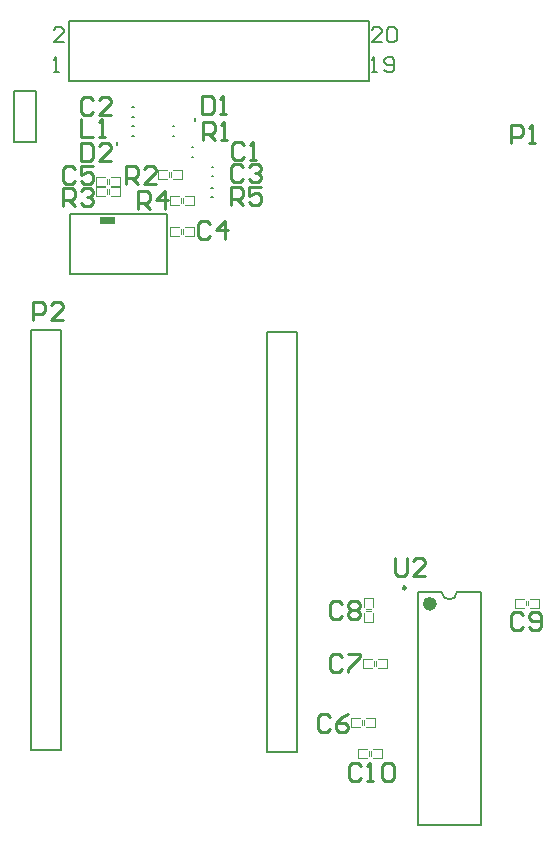
<source format=gto>
G04 Layer_Color=65535*
%FSLAX24Y24*%
%MOIN*%
G70*
G01*
G75*
%ADD18C,0.0100*%
%ADD25C,0.0236*%
%ADD26C,0.0098*%
%ADD27C,0.0079*%
%ADD28C,0.0010*%
%ADD29C,0.0080*%
%ADD30R,0.0079X0.0118*%
G36*
X3500Y21930D02*
X3000D01*
Y22180D01*
X3500D01*
Y21930D01*
D02*
G37*
D18*
X7370Y22590D02*
Y23190D01*
X7670D01*
X7770Y23090D01*
Y22890D01*
X7670Y22790D01*
X7370D01*
X7570D02*
X7770Y22590D01*
X8370Y23190D02*
X7970D01*
Y22890D01*
X8170Y22990D01*
X8270D01*
X8370Y22890D01*
Y22690D01*
X8270Y22590D01*
X8070D01*
X7970Y22690D01*
X1770Y22550D02*
Y23150D01*
X2070D01*
X2170Y23050D01*
Y22850D01*
X2070Y22750D01*
X1770D01*
X1970D02*
X2170Y22550D01*
X2370Y23050D02*
X2470Y23150D01*
X2670D01*
X2770Y23050D01*
Y22950D01*
X2670Y22850D01*
X2570D01*
X2670D01*
X2770Y22750D01*
Y22650D01*
X2670Y22550D01*
X2470D01*
X2370Y22650D01*
X3860Y23290D02*
Y23890D01*
X4160D01*
X4260Y23790D01*
Y23590D01*
X4160Y23490D01*
X3860D01*
X4060D02*
X4260Y23290D01*
X4860D02*
X4460D01*
X4860Y23690D01*
Y23790D01*
X4760Y23890D01*
X4560D01*
X4460Y23790D01*
X6410Y24760D02*
Y25360D01*
X6710D01*
X6810Y25260D01*
Y25060D01*
X6710Y24960D01*
X6410D01*
X6610D02*
X6810Y24760D01*
X7010D02*
X7210D01*
X7110D01*
Y25360D01*
X7010Y25260D01*
X746Y18741D02*
Y19340D01*
X1046D01*
X1146Y19240D01*
Y19040D01*
X1046Y18940D01*
X746D01*
X1746Y18741D02*
X1346D01*
X1746Y19140D01*
Y19240D01*
X1646Y19340D01*
X1446D01*
X1346Y19240D01*
X2340Y25440D02*
Y24840D01*
X2740D01*
X2940D02*
X3140D01*
X3040D01*
Y25440D01*
X2940Y25340D01*
X2350Y24650D02*
Y24050D01*
X2650D01*
X2750Y24150D01*
Y24550D01*
X2650Y24650D01*
X2350D01*
X3350Y24050D02*
X2950D01*
X3350Y24450D01*
Y24550D01*
X3250Y24650D01*
X3050D01*
X2950Y24550D01*
X6390Y26200D02*
Y25600D01*
X6690D01*
X6790Y25700D01*
Y26100D01*
X6690Y26200D01*
X6390D01*
X6990Y25600D02*
X7190D01*
X7090D01*
Y26200D01*
X6990Y26100D01*
X11703Y3870D02*
X11603Y3970D01*
X11403D01*
X11303Y3870D01*
Y3470D01*
X11403Y3370D01*
X11603D01*
X11703Y3470D01*
X11903Y3370D02*
X12103D01*
X12003D01*
Y3970D01*
X11903Y3870D01*
X12403D02*
X12503Y3970D01*
X12703D01*
X12803Y3870D01*
Y3470D01*
X12703Y3370D01*
X12503D01*
X12403Y3470D01*
Y3870D01*
X17093Y8909D02*
X16993Y9009D01*
X16793D01*
X16693Y8909D01*
Y8509D01*
X16793Y8409D01*
X16993D01*
X17093Y8509D01*
X17293D02*
X17393Y8409D01*
X17593D01*
X17693Y8509D01*
Y8909D01*
X17593Y9009D01*
X17393D01*
X17293Y8909D01*
Y8809D01*
X17393Y8709D01*
X17693D01*
X11070Y9270D02*
X10970Y9370D01*
X10770D01*
X10670Y9270D01*
Y8870D01*
X10770Y8770D01*
X10970D01*
X11070Y8870D01*
X11270Y9270D02*
X11370Y9370D01*
X11570D01*
X11670Y9270D01*
Y9170D01*
X11570Y9070D01*
X11670Y8970D01*
Y8870D01*
X11570Y8770D01*
X11370D01*
X11270Y8870D01*
Y8970D01*
X11370Y9070D01*
X11270Y9170D01*
Y9270D01*
X11370Y9070D02*
X11570D01*
X11070Y7500D02*
X10970Y7600D01*
X10770D01*
X10670Y7500D01*
Y7100D01*
X10770Y7000D01*
X10970D01*
X11070Y7100D01*
X11270Y7600D02*
X11670D01*
Y7500D01*
X11270Y7100D01*
Y7000D01*
X10640Y5500D02*
X10540Y5600D01*
X10340D01*
X10240Y5500D01*
Y5100D01*
X10340Y5000D01*
X10540D01*
X10640Y5100D01*
X11240Y5600D02*
X11040Y5500D01*
X10840Y5300D01*
Y5100D01*
X10940Y5000D01*
X11140D01*
X11240Y5100D01*
Y5200D01*
X11140Y5300D01*
X10840D01*
X2160Y23790D02*
X2060Y23890D01*
X1860D01*
X1760Y23790D01*
Y23390D01*
X1860Y23290D01*
X2060D01*
X2160Y23390D01*
X2760Y23890D02*
X2360D01*
Y23590D01*
X2560Y23690D01*
X2660D01*
X2760Y23590D01*
Y23390D01*
X2660Y23290D01*
X2460D01*
X2360Y23390D01*
X6670Y21950D02*
X6570Y22050D01*
X6370D01*
X6270Y21950D01*
Y21550D01*
X6370Y21450D01*
X6570D01*
X6670Y21550D01*
X7170Y21450D02*
Y22050D01*
X6870Y21750D01*
X7270D01*
X7760Y23850D02*
X7660Y23950D01*
X7460D01*
X7360Y23850D01*
Y23450D01*
X7460Y23350D01*
X7660D01*
X7760Y23450D01*
X7960Y23850D02*
X8060Y23950D01*
X8260D01*
X8360Y23850D01*
Y23750D01*
X8260Y23650D01*
X8160D01*
X8260D01*
X8360Y23550D01*
Y23450D01*
X8260Y23350D01*
X8060D01*
X7960Y23450D01*
X2750Y26090D02*
X2650Y26190D01*
X2450D01*
X2350Y26090D01*
Y25690D01*
X2450Y25590D01*
X2650D01*
X2750Y25690D01*
X3350Y25590D02*
X2950D01*
X3350Y25990D01*
Y26090D01*
X3250Y26190D01*
X3050D01*
X2950Y26090D01*
X7780Y24590D02*
X7680Y24690D01*
X7480D01*
X7380Y24590D01*
Y24190D01*
X7480Y24090D01*
X7680D01*
X7780Y24190D01*
X7980Y24090D02*
X8180D01*
X8080D01*
Y24690D01*
X7980Y24590D01*
X4240Y22460D02*
Y23060D01*
X4540D01*
X4640Y22960D01*
Y22760D01*
X4540Y22660D01*
X4240D01*
X4440D02*
X4640Y22460D01*
X5140D02*
Y23060D01*
X4840Y22760D01*
X5240D01*
X12817Y10817D02*
Y10317D01*
X12917Y10217D01*
X13117D01*
X13217Y10317D01*
Y10817D01*
X13817Y10217D02*
X13417D01*
X13817Y10617D01*
Y10717D01*
X13717Y10817D01*
X13517D01*
X13417Y10717D01*
X16700Y24639D02*
Y25239D01*
X17000D01*
X17100Y25139D01*
Y24939D01*
X17000Y24839D01*
X16700D01*
X17300Y24639D02*
X17500D01*
X17400D01*
Y25239D01*
X17300Y25139D01*
D25*
X14101Y9286D02*
G03*
X14101Y9286I-118J0D01*
G01*
D26*
X13181Y9814D02*
G03*
X13181Y9814I-49J0D01*
G01*
D27*
X14382Y9680D02*
G03*
X14882Y9680I250J0D01*
G01*
X6060Y24183D02*
X6100D01*
X6060Y24497D02*
X6100D01*
X4070Y25523D02*
X4110D01*
X4070Y25837D02*
X4110D01*
X6710Y23847D02*
X6750D01*
X6710Y23533D02*
X6750D01*
X4070Y24883D02*
X4110D01*
X4070Y25197D02*
X4110D01*
X681Y5156D02*
Y18406D01*
Y4406D02*
Y5156D01*
Y4406D02*
X1681D01*
Y18406D01*
X681D02*
X1681D01*
X5430Y25197D02*
X5470D01*
X5430Y24883D02*
X5470D01*
X6700Y22843D02*
X6740D01*
X6700Y23157D02*
X6740D01*
X13589Y1924D02*
X15675D01*
X14882Y9680D02*
X15675D01*
X13589D02*
X14382D01*
X15675Y1924D02*
Y9680D01*
X13589Y1924D02*
Y9680D01*
X136Y26394D02*
X844D01*
X136Y24686D02*
Y26394D01*
Y24686D02*
X844D01*
Y26394D01*
X8555Y5093D02*
Y18343D01*
Y4343D02*
Y5093D01*
Y4343D02*
X9555D01*
Y18343D01*
X8555D02*
X9555D01*
X11950Y26700D02*
Y28700D01*
X1950Y26700D02*
X2700D01*
X1950D02*
Y28700D01*
X2700D01*
X11950D01*
X2700Y26700D02*
X11950D01*
D28*
X5830Y22590D02*
X6130D01*
X5760Y22660D02*
Y22820D01*
X5700Y22660D02*
Y22820D01*
X5330Y22890D02*
X5630D01*
X5330Y22590D02*
Y22890D01*
Y22590D02*
X5630D01*
X6130D02*
Y22890D01*
X5830D02*
X6130D01*
X5830Y21540D02*
X6130D01*
X5760Y21610D02*
Y21770D01*
X5700Y21610D02*
Y21770D01*
X5330Y21840D02*
X5630D01*
X5330Y21540D02*
Y21840D01*
Y21540D02*
X5630D01*
X6130D02*
Y21840D01*
X5830D02*
X6130D01*
X2854Y23516D02*
X3154D01*
X3224Y23286D02*
Y23446D01*
X3284Y23286D02*
Y23446D01*
X3354Y23216D02*
X3654D01*
Y23516D01*
X3354D02*
X3654D01*
X2854Y23216D02*
Y23516D01*
Y23216D02*
X3154D01*
X11351Y5484D02*
X11651D01*
X11721Y5254D02*
Y5414D01*
X11781Y5254D02*
Y5414D01*
X11851Y5184D02*
X12151D01*
Y5484D01*
X11851D02*
X12151D01*
X11351Y5184D02*
Y5484D01*
Y5184D02*
X11651D01*
X11745Y7452D02*
X12045D01*
X12115Y7222D02*
Y7382D01*
X12175Y7222D02*
Y7382D01*
X12245Y7152D02*
X12545D01*
Y7452D01*
X12245D02*
X12545D01*
X11745Y7152D02*
Y7452D01*
Y7152D02*
X12045D01*
X12101Y9171D02*
Y9471D01*
X11871Y9101D02*
X12031D01*
X11871Y9041D02*
X12031D01*
X11801Y8671D02*
Y8971D01*
Y8671D02*
X12101D01*
Y8971D01*
X11801Y9471D02*
X12101D01*
X11801Y9171D02*
Y9471D01*
X17330Y9160D02*
X17630D01*
X17260Y9230D02*
Y9390D01*
X17200Y9230D02*
Y9390D01*
X16830Y9460D02*
X17130D01*
X16830Y9160D02*
Y9460D01*
Y9160D02*
X17130D01*
X17630D02*
Y9460D01*
X17330D02*
X17630D01*
X11580Y4450D02*
X11880D01*
X11950Y4220D02*
Y4380D01*
X12010Y4220D02*
Y4380D01*
X12080Y4150D02*
X12380D01*
Y4450D01*
X12080D02*
X12380D01*
X11580Y4150D02*
Y4450D01*
Y4150D02*
X11880D01*
X5430Y23450D02*
X5730D01*
X5360Y23520D02*
Y23680D01*
X5300Y23520D02*
Y23680D01*
X4930Y23750D02*
X5230D01*
X4930Y23450D02*
Y23750D01*
Y23450D02*
X5230D01*
X5730D02*
Y23750D01*
X5430D02*
X5730D01*
X3360Y22890D02*
X3660D01*
X3290Y22960D02*
Y23120D01*
X3230Y22960D02*
Y23120D01*
X2860Y23190D02*
X3160D01*
X2860Y22890D02*
Y23190D01*
Y22890D02*
X3160D01*
X3660D02*
Y23190D01*
X3360D02*
X3660D01*
D29*
X1975Y20280D02*
Y22280D01*
X5225D01*
Y20280D02*
Y22280D01*
X1975Y20280D02*
X5225D01*
X12383Y28000D02*
X12050D01*
X12383Y28333D01*
Y28417D01*
X12300Y28500D01*
X12133D01*
X12050Y28417D01*
X12550D02*
X12633Y28500D01*
X12800D01*
X12883Y28417D01*
Y28083D01*
X12800Y28000D01*
X12633D01*
X12550Y28083D01*
Y28417D01*
X12050Y27000D02*
X12217D01*
X12133D01*
Y27500D01*
X12050Y27417D01*
X12467Y27083D02*
X12550Y27000D01*
X12716D01*
X12800Y27083D01*
Y27417D01*
X12716Y27500D01*
X12550D01*
X12467Y27417D01*
Y27333D01*
X12550Y27250D01*
X12800D01*
X1450Y27000D02*
X1617D01*
X1533D01*
Y27500D01*
X1450Y27417D01*
X1783Y28000D02*
X1450D01*
X1783Y28333D01*
Y28417D01*
X1700Y28500D01*
X1533D01*
X1450Y28417D01*
D30*
X6159Y25424D02*
D03*
X3541Y24606D02*
D03*
M02*

</source>
